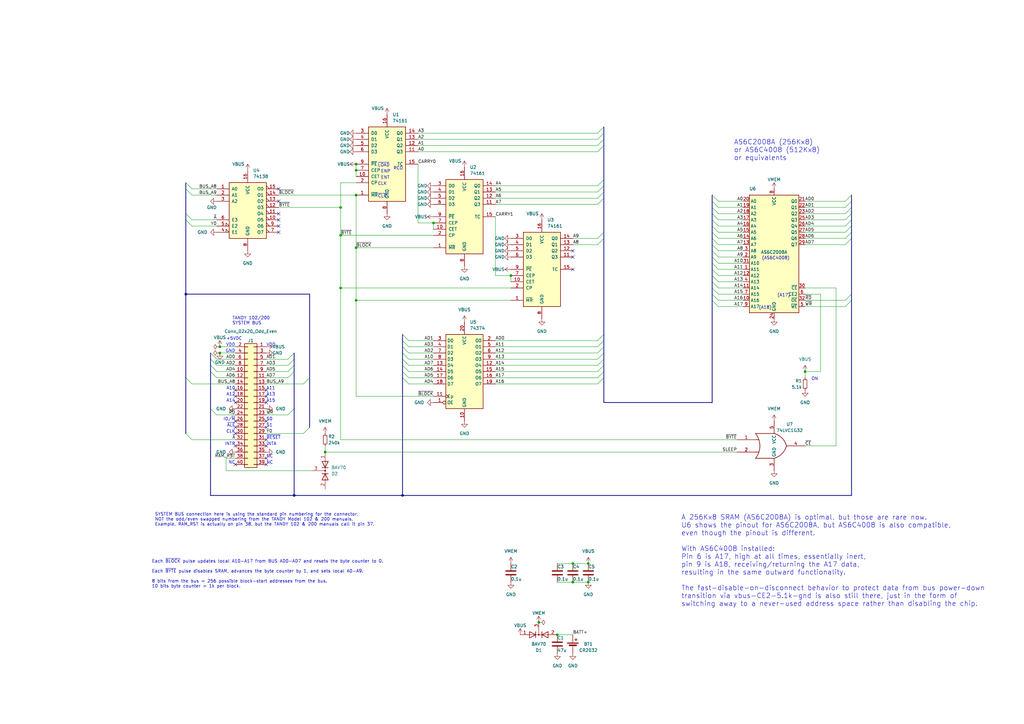
<source format=kicad_sch>
(kicad_sch (version 20230121) (generator eeschema)
  (paper "A3")
  (title_block (title "NODE DATAPAC 256K bkw0") (date "2023-08-23") (rev "004") (company "Brian K. White - b.kenyon.w@gmail.com") (comment 1 "Schematic re-created from manual examination of physical units, not yet proven."))
  (lib_symbols
    (symbol "000_LOCAL:74138" (pin_names (offset 1.016))
      (property "Reference" "U" (at -7.62 11.43 0))
      (property "Value" "74138" (at -7.62 -13.97 0))
      (symbol "74138_1_0"
        (pin input line (at -12.7 7.62 0) (length 5.08) (name "A0") (number "1"))
        (pin output output_low (at 12.7 -5.08 180) (length 5.08) (name "O5") (number "10"))
        (pin output output_low (at 12.7 -2.54 180) (length 5.08) (name "O4") (number "11"))
        (pin output output_low (at 12.7 0 180) (length 5.08) (name "O3") (number "12"))
        (pin output output_low (at 12.7 2.54 180) (length 5.08) (name "O2") (number "13"))
        (pin output output_low (at 12.7 5.08 180) (length 5.08) (name "O1") (number "14"))
        (pin output output_low (at 12.7 7.62 180) (length 5.08) (name "O0") (number "15"))
        (pin power_in line (at 0 15.24 270) (length 5.08) (name "VCC") (number "16"))
        (pin input line (at -12.7 5.08 0) (length 5.08) (name "A1") (number "2"))
        (pin input line (at -12.7 2.54 0) (length 5.08) (name "A2") (number "3"))
        (pin input input_low (at -12.7 -10.16 0) (length 5.08) (name "E1") (number "4"))
        (pin input input_low (at -12.7 -7.62 0) (length 5.08) (name "E2") (number "5"))
        (pin input line (at -12.7 -5.08 0) (length 5.08) (name "E3") (number "6"))
        (pin output output_low (at 12.7 -10.16 180) (length 5.08) (name "O7") (number "7"))
        (pin power_in line (at 0 -17.78 90) (length 5.08) (name "GND") (number "8"))
        (pin output output_low (at 12.7 -7.62 180) (length 5.08) (name "O6") (number "9"))
      )
    )
    (symbol "000_LOCAL:74161" (pin_names (offset 1.016))
      (property "Reference" "U" (at -7.62 16.51 0))
      (property "Value" "74161" (at -7.62 -16.51 0))
      (symbol "74161_1_0"
        (pin input line (at -12.7 -12.7 0) (length 5.08) (name "~{MR}") (number "1"))
        (pin input line (at -12.7 -5.08 0) (length 5.08) (name "CET") (number "10"))
        (pin output line (at 12.7 5.08 180) (length 5.08) (name "Q3") (number "11"))
        (pin output line (at 12.7 7.62 180) (length 5.08) (name "Q2") (number "12"))
        (pin output line (at 12.7 10.16 180) (length 5.08) (name "Q1") (number "13"))
        (pin output line (at 12.7 12.7 180) (length 5.08) (name "Q0") (number "14"))
        (pin output line (at 12.7 0 180) (length 5.08) (name "TC") (number "15"))
        (pin power_in line (at 0 20.32 270) (length 5.08) (name "VCC") (number "16"))
        (pin input line (at -12.7 -7.62 0) (length 5.08) (name "CP") (number "2"))
        (pin input line (at -12.7 12.7 0) (length 5.08) (name "D0") (number "3"))
        (pin input line (at -12.7 10.16 0) (length 5.08) (name "D1") (number "4"))
        (pin input line (at -12.7 7.62 0) (length 5.08) (name "D2") (number "5"))
        (pin input line (at -12.7 5.08 0) (length 5.08) (name "D3") (number "6"))
        (pin input line (at -12.7 -2.54 0) (length 5.08) (name "CEP") (number "7"))
        (pin power_in line (at 0 -20.32 90) (length 5.08) (name "GND") (number "8"))
        (pin input line (at -12.7 0 0) (length 5.08) (name "~{PE}") (number "9"))
      )
    )
    (symbol "000_LOCAL:74374"
      (property "Reference" "U" (at -7.62 16.51 0))
      (property "Value" "74374" (at -7.62 -16.51 0))
      (symbol "74374_1_0"
        (pin input inverted (at -12.7 -12.7 0) (length 5.08) (name "OE") (number "1"))
        (pin power_in line (at 0 -20.32 90) (length 5.08) (name "GND") (number "10"))
        (pin input clock (at -12.7 -10.16 0) (length 5.08) (name "Cp") (number "11"))
        (pin tri_state line (at 12.7 2.54 180) (length 5.08) (name "O4") (number "12"))
        (pin input line (at -12.7 2.54 0) (length 5.08) (name "D4") (number "13"))
        (pin input line (at -12.7 0 0) (length 5.08) (name "D5") (number "14"))
        (pin tri_state line (at 12.7 0 180) (length 5.08) (name "O5") (number "15"))
        (pin tri_state line (at 12.7 -2.54 180) (length 5.08) (name "O6") (number "16"))
        (pin input line (at -12.7 -2.54 0) (length 5.08) (name "D6") (number "17"))
        (pin input line (at -12.7 -5.08 0) (length 5.08) (name "D7") (number "18"))
        (pin tri_state line (at 12.7 -5.08 180) (length 5.08) (name "O7") (number "19"))
        (pin tri_state line (at 12.7 12.7 180) (length 5.08) (name "O0") (number "2"))
        (pin power_in line (at 0 20.32 270) (length 5.08) (name "VCC") (number "20"))
        (pin input line (at -12.7 12.7 0) (length 5.08) (name "D0") (number "3"))
        (pin input line (at -12.7 10.16 0) (length 5.08) (name "D1") (number "4"))
        (pin tri_state line (at 12.7 10.16 180) (length 5.08) (name "O1") (number "5"))
        (pin tri_state line (at 12.7 7.62 180) (length 5.08) (name "O2") (number "6"))
        (pin input line (at -12.7 7.62 0) (length 5.08) (name "D2") (number "7"))
        (pin input line (at -12.7 5.08 0) (length 5.08) (name "D3") (number "8"))
        (pin tri_state line (at 12.7 5.08 180) (length 5.08) (name "O3") (number "9"))
      )
    )
    (symbol "000_LOCAL:74LVC1G32"
      (property "Reference" "U" (at -5.08 7.62 0))
      (property "Value" "74LVC1G32" (at 7.62 -7.62 0))
      (symbol "74LVC1G32_1_1"
        (pin input line (at -15.24 2.54 0) (length 7.62) (name "~") (number "1"))
        (pin input line (at -15.24 -2.54 0) (length 7.62) (name "~") (number "2"))
        (pin power_in line (at 0 -10.16 90) (length 5.08) (name "GND") (number "3"))
        (pin output line (at 12.7 0 180) (length 7.62) (name "~") (number "4"))
        (pin power_in line (at 0 10.16 270) (length 5.08) (name "VCC") (number "5"))
      )
    )
    (symbol "000_LOCAL:AS6C2008_TSOP-I-32"
      (property "Reference" "U" (at -10.16 23.495 0))
      (property "Value" "AS6C2008_TSOP-I-32" (at 2.54 23.495 0))
      (symbol "AS6C2008_TSOP-I-32_0_0"
        (pin power_in line (at 0 -29.21 90) (length 2.54) (name "GND") (number "24"))
        (pin power_in line (at 0 24.13 270) (length 2.54) (name "VCC") (number "8"))
      )
      (symbol "AS6C2008_TSOP-I-32_1_1"
        (pin input line (at -12.7 -8.89 0) (length 2.54) (name "A11") (number "1"))
        (pin input line (at -12.7 -21.59 0) (length 2.54) (name "A16") (number "10"))
        (pin input line (at -12.7 -16.51 0) (length 2.54) (name "A14") (number "11"))
        (pin input line (at -12.7 -11.43 0) (length 2.54) (name "A12") (number "12"))
        (pin input line (at -12.7 1.27 0) (length 2.54) (name "A7") (number "13"))
        (pin input line (at -12.7 3.81 0) (length 2.54) (name "A6") (number "14"))
        (pin input line (at -12.7 6.35 0) (length 2.54) (name "A5") (number "15"))
        (pin input line (at -12.7 8.89 0) (length 2.54) (name "A4") (number "16"))
        (pin input line (at -12.7 11.43 0) (length 2.54) (name "A3") (number "17"))
        (pin input line (at -12.7 13.97 0) (length 2.54) (name "A2") (number "18"))
        (pin input line (at -12.7 16.51 0) (length 2.54) (name "A1") (number "19"))
        (pin input line (at -12.7 -3.81 0) (length 2.54) (name "A9") (number "2"))
        (pin input line (at -12.7 19.05 0) (length 2.54) (name "A0") (number "20"))
        (pin tri_state line (at 12.7 19.05 180) (length 2.54) (name "Q0") (number "21"))
        (pin tri_state line (at 12.7 16.51 180) (length 2.54) (name "Q1") (number "22"))
        (pin tri_state line (at 12.7 13.97 180) (length 2.54) (name "Q2") (number "23"))
        (pin tri_state line (at 12.7 11.43 180) (length 2.54) (name "Q3") (number "25"))
        (pin tri_state line (at 12.7 8.89 180) (length 2.54) (name "Q4") (number "26"))
        (pin tri_state line (at 12.7 6.35 180) (length 2.54) (name "Q5") (number "27"))
        (pin tri_state line (at 12.7 3.81 180) (length 2.54) (name "Q6") (number "28"))
        (pin tri_state line (at 12.7 1.27 180) (length 2.54) (name "Q7") (number "29"))
        (pin input line (at -12.7 -1.27 0) (length 2.54) (name "A8") (number "3"))
        (pin input line (at 12.7 -16.51 180) (length 2.54) (name "~{CE}") (number "30"))
        (pin input line (at -12.7 -6.35 0) (length 2.54) (name "A10") (number "31"))
        (pin input line (at 12.7 -21.59 180) (length 2.54) (name "~{OE}") (number "32"))
        (pin input line (at -12.7 -13.97 0) (length 2.54) (name "A13") (number "4"))
        (pin input line (at 12.7 -24.13 180) (length 2.54) (name "~{WE}") (number "5"))
        (pin input line (at 12.7 -19.05 180) (length 2.54) (name "CE2") (number "6"))
        (pin input line (at -12.7 -19.05 0) (length 2.54) (name "A15") (number "7"))
        (pin input line (at -12.7 -24.13 0) (length 2.54) (name "A17") (number "9"))
      )
    )
    (symbol "000_LOCAL:BAV70" (pin_names hide)
      (property "Reference" "D" (at 0.635 -2.54 0))
      (property "Value" "BAV70" (at 0 2.54 0))
      (symbol "BAV70_0_1"
        (pin passive line (at -7.62 0 0) (length 3.81) (name "A") (number "1"))
        (pin passive line (at 7.62 0 180) (length 3.81) (name "A") (number "2"))
        (pin passive line (at 0 -5.08 90) (length 2.54) (name "K") (number "3"))
      )
    )
    (symbol "000_LOCAL:Battery_Cell" (pin_numbers hide) (pin_names (offset 0) hide)
      (property "Reference" "BT" (at 2.54 2.54 0))
      (property "Value" "Battery_Cell" (at 2.54 0 0))
      (symbol "Battery_Cell_1_1"
        (pin passive line (at 0 5.08 270) (length 2.54) (name "+") (number "1"))
        (pin passive line (at 0 -2.54 90) (length 2.54) (name "-") (number "2"))
      )
    )
    (symbol "000_LOCAL:C" (pin_numbers hide) (pin_names (offset 0.254))
      (property "Reference" "C" (at 0.635 2.54 0))
      (property "Value" "C" (at 0.635 -2.54 0))
      (symbol "C_1_1"
        (pin passive line (at 0 3.81 270) (length 2.794) (name "~") (number "1"))
        (pin passive line (at 0 -3.81 90) (length 2.794) (name "~") (number "2"))
      )
    )
    (symbol "000_LOCAL:Conn_02x20_Odd_Even" (pin_names (offset 1.016) hide)
      (property "Reference" "J" (at 1.27 25.4 0))
      (property "Value" "Conn_02x20_Odd_Even" (at 1.27 -27.94 0))
      (symbol "Conn_02x20_Odd_Even_1_1"
        (pin passive line (at -5.08 22.86 0) (length 3.81) (name "Pin_1") (number "1"))
        (pin passive line (at 7.62 12.7 180) (length 3.81) (name "Pin_10") (number "10"))
        (pin passive line (at -5.08 10.16 0) (length 3.81) (name "Pin_11") (number "11"))
        (pin passive line (at 7.62 10.16 180) (length 3.81) (name "Pin_12") (number "12"))
        (pin passive line (at -5.08 7.62 0) (length 3.81) (name "Pin_13") (number "13"))
        (pin passive line (at 7.62 7.62 180) (length 3.81) (name "Pin_14") (number "14"))
        (pin passive line (at -5.08 5.08 0) (length 3.81) (name "Pin_15") (number "15"))
        (pin passive line (at 7.62 5.08 180) (length 3.81) (name "Pin_16") (number "16"))
        (pin passive line (at -5.08 2.54 0) (length 3.81) (name "Pin_17") (number "17"))
        (pin passive line (at 7.62 2.54 180) (length 3.81) (name "Pin_18") (number "18"))
        (pin passive line (at -5.08 0 0) (length 3.81) (name "Pin_19") (number "19"))
        (pin passive line (at 7.62 22.86 180) (length 3.81) (name "Pin_2") (number "2"))
        (pin passive line (at 7.62 0 180) (length 3.81) (name "Pin_20") (number "20"))
        (pin passive line (at -5.08 -2.54 0) (length 3.81) (name "Pin_21") (number "21"))
        (pin passive line (at 7.62 -2.54 180) (length 3.81) (name "Pin_22") (number "22"))
        (pin passive line (at -5.08 -5.08 0) (length 3.81) (name "Pin_23") (number "23"))
        (pin passive line (at 7.62 -5.08 180) (length 3.81) (name "Pin_24") (number "24"))
        (pin passive line (at -5.08 -7.62 0) (length 3.81) (name "Pin_25") (number "25"))
        (pin passive line (at 7.62 -7.62 180) (length 3.81) (name "Pin_26") (number "26"))
        (pin passive line (at -5.08 -10.16 0) (length 3.81) (name "Pin_27") (number "27"))
        (pin passive line (at 7.62 -10.16 180) (length 3.81) (name "Pin_28") (number "28"))
        (pin passive line (at -5.08 -12.7 0) (length 3.81) (name "Pin_29") (number "29"))
        (pin passive line (at -5.08 20.32 0) (length 3.81) (name "Pin_3") (number "3"))
        (pin passive line (at 7.62 -12.7 180) (length 3.81) (name "Pin_30") (number "30"))
        (pin passive line (at -5.08 -15.24 0) (length 3.81) (name "Pin_31") (number "31"))
        (pin passive line (at 7.62 -15.24 180) (length 3.81) (name "Pin_32") (number "32"))
        (pin passive line (at -5.08 -17.78 0) (length 3.81) (name "Pin_33") (number "33"))
        (pin passive line (at 7.62 -17.78 180) (length 3.81) (name "Pin_34") (number "34"))
        (pin passive line (at -5.08 -20.32 0) (length 3.81) (name "Pin_35") (number "35"))
        (pin passive line (at 7.62 -20.32 180) (length 3.81) (name "Pin_36") (number "36"))
        (pin passive line (at -5.08 -22.86 0) (length 3.81) (name "Pin_37") (number "37"))
        (pin passive line (at 7.62 -22.86 180) (length 3.81) (name "Pin_38") (number "38"))
        (pin passive line (at -5.08 -25.4 0) (length 3.81) (name "Pin_39") (number "39"))
        (pin passive line (at 7.62 20.32 180) (length 3.81) (name "Pin_4") (number "4"))
        (pin passive line (at 7.62 -25.4 180) (length 3.81) (name "Pin_40") (number "40"))
        (pin passive line (at -5.08 17.78 0) (length 3.81) (name "Pin_5") (number "5"))
        (pin passive line (at 7.62 17.78 180) (length 3.81) (name "Pin_6") (number "6"))
        (pin passive line (at -5.08 15.24 0) (length 3.81) (name "Pin_7") (number "7"))
        (pin passive line (at 7.62 15.24 180) (length 3.81) (name "Pin_8") (number "8"))
        (pin passive line (at -5.08 12.7 0) (length 3.81) (name "Pin_9") (number "9"))
      )
    )
    (symbol "000_LOCAL:GND" (power) (pin_names (offset 0))
      (property "Value" "GND" (at 0 -3.81 0))
      (symbol "GND_1_1"
        (pin power_in line (at 0 0 270) (length 0) hide (name "GND") (number "1"))
      )
    )
    (symbol "000_LOCAL:R" (pin_numbers hide) (pin_names (offset 0.254) hide)
      (property "Reference" "R" (at 0.762 0.508 0))
      (property "Value" "R_Small" (at 0.762 -1.016 0))
      (symbol "R_1_1"
        (pin passive line (at 0 2.54 270) (length 0.762) (name "~") (number "1"))
        (pin passive line (at 0 -2.54 90) (length 0.762) (name "~") (number "2"))
      )
    )
    (symbol "000_LOCAL:VMEM" (power) (pin_names (offset 0))
      (property "Value" "VMEM" (at 0 3.81 0))
      (symbol "VMEM_1_1"
        (pin power_in line (at 0 0 90) (length 0) hide (name "VMEM") (number "1"))
      )
    )
    (symbol "BAV70_1" (pin_names hide)
      (property "Reference" "D" (at 0.635 -2.54 0))
      (property "Value" "BAV70" (at 0 2.54 0))
      (symbol "BAV70_1_0_1"
        (pin passive line (at -7.62 0 0) (length 3.81) (name "A") (number "1"))
        (pin passive line (at 7.62 0 180) (length 3.81) (name "A") (number "2"))
        (pin passive line (at 0 -5.08 90) (length 2.54) (name "K") (number "3"))
      )
    )
    (symbol "power:GND" (power) (pin_names (offset 0))
      (property "Value" "GND" (at 0 -3.81 0))
      (symbol "GND_1_1"
        (pin power_in line (at 0 0 270) (length 0) hide (name "GND") (number "1"))
      )
    )
    (symbol "power:PWR_FLAG" (power) (pin_numbers hide) (pin_names (offset 0) hide)
      (property "Value" "PWR_FLAG" (at 0 3.81 0))
      (symbol "PWR_FLAG_0_0"
        (pin power_out line (at 0 0 90) (length 0) (name "pwr") (number "1"))
      )
    )
    (symbol "power:VBUS" (power) (pin_names (offset 0))
      (property "Value" "VBUS" (at 0 3.81 0))
      (symbol "VBUS_1_1"
        (pin power_in line (at 0 0 90) (length 0) hide (name "VBUS") (number "1"))
      )
    )
    (symbol "power:VMEM" (power) (pin_names (offset 0))
      (property "Value" "VMEM" (at 0 3.81 0))
      (symbol "VMEM_1_1"
        (pin power_in line (at 0 0 90) (length 0) hide (name "VMEM") (number "1"))
      )
    )
  )
  (junction (at 139.7 85.09))
  (junction (at 90.17 142.24))
  (junction (at 146.05 67.31))
  (junction (at 234.95 231.14))
  (junction (at 228.6 260.35))
  (junction (at 241.3 231.14))
  (junction (at 146.05 123.19))
  (junction (at 241.3 238.76))
  (junction (at 76.2 120.65))
  (junction (at 90.17 144.78))
  (junction (at 177.8 91.44))
  (junction (at 209.55 113.03))
  (junction (at 120.65 203.2))
  (junction (at 146.05 80.01))
  (junction (at 220.98 255.27))
  (junction (at 146.05 69.85))
  (junction (at 234.95 238.76))
  (junction (at 139.7 118.11))
  (junction (at 330.2 152.4))
  (junction (at 165.1 203.2))
  (junction (at 139.7 96.52))
  (junction (at 133.35 185.42))
  (junction (at 146.05 101.6))
  (no_connect (at 114.3 82.55))
  (no_connect (at 109.22 180.34))
  (no_connect (at 234.95 102.87))
  (no_connect (at 109.22 165.1))
  (no_connect (at 114.3 87.63))
  (no_connect (at 96.52 190.5))
  (no_connect (at 109.22 172.72))
  (no_connect (at 114.3 95.25))
  (no_connect (at 109.22 190.5))
  (no_connect (at 234.95 105.41))
  (no_connect (at 96.52 172.72))
  (no_connect (at 234.95 110.49))
  (no_connect (at 96.52 162.56))
  (no_connect (at 114.3 92.71))
  (no_connect (at 96.52 165.1))
  (no_connect (at 96.52 182.88))
  (no_connect (at 114.3 90.17))
  (no_connect (at 109.22 160.02))
  (no_connect (at 96.52 175.26))
  (no_connect (at 96.52 177.8))
  (no_connect (at 109.22 187.96))
  (no_connect (at 109.22 162.56))
  (no_connect (at 109.22 175.26))
  (no_connect (at 109.22 182.88))
  (no_connect (at 96.52 160.02))
  (no_connect (at 114.3 77.47))
  (bus_entry (at 245.11 100.33) (size 2.54 -2.54))
  (bus_entry (at 346.71 85.09) (size 2.54 -2.54))
  (bus_entry (at 245.11 54.61) (size 2.54 -2.54))
  (bus_entry (at 88.9 152.4) (size -2.54 -2.54))
  (bus_entry (at 245.11 62.23) (size 2.54 -2.54))
  (bus_entry (at 294.64 92.71) (size -2.54 -2.54))
  (bus_entry (at 245.11 149.86) (size 2.54 -2.54))
  (bus_entry (at 294.64 95.25) (size -2.54 -2.54))
  (bus_entry (at 294.64 105.41) (size -2.54 -2.54))
  (bus_entry (at 245.11 152.4) (size 2.54 -2.54))
  (bus_entry (at 165.1 152.4) (size 2.54 2.54))
  (bus_entry (at 76.2 87.63) (size 2.54 2.54))
  (bus_entry (at 88.9 154.94) (size -2.54 -2.54))
  (bus_entry (at 294.64 118.11) (size -2.54 -2.54))
  (bus_entry (at 88.9 147.32) (size -2.54 -2.54))
  (bus_entry (at 76.2 77.47) (size 2.54 2.54))
  (bus_entry (at 294.64 100.33) (size -2.54 -2.54))
  (bus_entry (at 294.64 97.79) (size -2.54 -2.54))
  (bus_entry (at 294.64 90.17) (size -2.54 -2.54))
  (bus_entry (at 245.11 81.28) (size 2.54 -2.54))
  (bus_entry (at 294.64 102.87) (size -2.54 -2.54))
  (bus_entry (at 294.64 110.49) (size -2.54 -2.54))
  (bus_entry (at 118.11 147.32) (size 2.54 -2.54))
  (bus_entry (at 127 175.26) (size -2.54 2.54))
  (bus_entry (at 245.11 144.78) (size 2.54 -2.54))
  (bus_entry (at 294.64 125.73) (size -2.54 -2.54))
  (bus_entry (at 346.71 92.71) (size 2.54 -2.54))
  (bus_entry (at 245.11 154.94) (size 2.54 -2.54))
  (bus_entry (at 294.64 85.09) (size -2.54 -2.54))
  (bus_entry (at 127 154.94) (size -2.54 2.54))
  (bus_entry (at 346.71 95.25) (size 2.54 -2.54))
  (bus_entry (at 165.1 154.94) (size 2.54 2.54))
  (bus_entry (at 294.64 123.19) (size -2.54 -2.54))
  (bus_entry (at 118.11 170.18) (size 2.54 -2.54))
  (bus_entry (at 76.2 74.93) (size 2.54 2.54))
  (bus_entry (at 245.11 78.74) (size 2.54 -2.54))
  (bus_entry (at 76.2 90.17) (size 2.54 2.54))
  (bus_entry (at 294.64 107.95) (size -2.54 -2.54))
  (bus_entry (at 346.71 100.33) (size 2.54 -2.54))
  (bus_entry (at 346.71 97.79) (size 2.54 -2.54))
  (bus_entry (at 88.9 149.86) (size -2.54 -2.54))
  (bus_entry (at 118.11 154.94) (size 2.54 -2.54))
  (bus_entry (at 245.11 97.79) (size 2.54 -2.54))
  (bus_entry (at 165.1 139.7) (size 2.54 2.54))
  (bus_entry (at 245.11 142.24) (size 2.54 -2.54))
  (bus_entry (at 294.64 113.03) (size -2.54 -2.54))
  (bus_entry (at 346.71 87.63) (size 2.54 -2.54))
  (bus_entry (at 346.71 125.73) (size 2.54 -2.54))
  (bus_entry (at 346.71 123.19) (size 2.54 -2.54))
  (bus_entry (at 165.1 149.86) (size 2.54 2.54))
  (bus_entry (at 346.71 82.55) (size 2.54 -2.54))
  (bus_entry (at 294.64 120.65) (size -2.54 -2.54))
  (bus_entry (at 245.11 139.7) (size 2.54 -2.54))
  (bus_entry (at 294.64 115.57) (size -2.54 -2.54))
  (bus_entry (at 245.11 76.2) (size 2.54 -2.54))
  (bus_entry (at 346.71 90.17) (size 2.54 -2.54))
  (bus_entry (at 76.2 154.94) (size 2.54 2.54))
  (bus_entry (at 165.1 147.32) (size 2.54 2.54))
  (bus_entry (at 245.11 59.69) (size 2.54 -2.54))
  (bus_entry (at 165.1 137.16) (size 2.54 2.54))
  (bus_entry (at 245.11 147.32) (size 2.54 -2.54))
  (bus_entry (at 294.64 82.55) (size -2.54 -2.54))
  (bus_entry (at 88.9 170.18) (size -2.54 -2.54))
  (bus_entry (at 118.11 149.86) (size 2.54 -2.54))
  (bus_entry (at 165.1 142.24) (size 2.54 2.54))
  (bus_entry (at 165.1 144.78) (size 2.54 2.54))
  (bus_entry (at 294.64 87.63) (size -2.54 -2.54))
  (bus_entry (at 245.11 157.48) (size 2.54 -2.54))
  (bus_entry (at 78.74 180.34) (size -2.54 -2.54))
  (bus_entry (at 245.11 83.82) (size 2.54 -2.54))
  (bus_entry (at 118.11 152.4) (size 2.54 -2.54))
  (bus_entry (at 245.11 57.15) (size 2.54 -2.54))
  (bus (pts (xy 165.1 152.4) (xy 165.1 154.94)))
  (wire (pts (xy 167.64 139.7) (xy 177.8 139.7)))
  (wire (pts (xy 234.95 231.14) (xy 228.6 231.14)))
  (bus (pts (xy 292.1 115.57) (xy 292.1 118.11)))
  (wire (pts (xy 342.9 118.11) (xy 330.2 118.11)))
  (wire (pts (xy 146.05 67.31) (xy 146.05 69.85)))
  (wire (pts (xy 92.71 187.96) (xy 92.71 193.04)))
  (wire (pts (xy 294.64 102.87) (xy 304.8 102.87)))
  (wire (pts (xy 133.35 182.88) (xy 133.35 185.42)))
  (wire (pts (xy 234.95 97.79) (xy 245.11 97.79)))
  (bus (pts (xy 76.2 77.47) (xy 76.2 87.63)))
  (wire (pts (xy 146.05 101.6) (xy 177.8 101.6)))
  (wire (pts (xy 330.2 100.33) (xy 346.71 100.33)))
  (wire (pts (xy 167.64 154.94) (xy 177.8 154.94)))
  (wire (pts (xy 294.64 87.63) (xy 304.8 87.63)))
  (wire (pts (xy 336.55 120.65) (xy 330.2 120.65)))
  (wire (pts (xy 203.2 147.32) (xy 245.11 147.32)))
  (bus (pts (xy 292.1 100.33) (xy 292.1 102.87)))
  (bus (pts (xy 292.1 165.1) (xy 292.1 123.19)))
  (bus (pts (xy 127 120.65) (xy 76.2 120.65)))
  (wire (pts (xy 171.45 54.61) (xy 245.11 54.61)))
  (wire (pts (xy 88.9 154.94) (xy 96.52 154.94)))
  (bus (pts (xy 127 120.65) (xy 127 154.94)))
  (wire (pts (xy 78.74 92.71) (xy 88.9 92.71)))
  (wire (pts (xy 241.3 238.76) (xy 234.95 238.76)))
  (bus (pts (xy 292.1 82.55) (xy 292.1 85.09)))
  (bus (pts (xy 165.1 154.94) (xy 165.1 203.2)))
  (wire (pts (xy 330.2 182.88) (xy 342.9 182.88)))
  (wire (pts (xy 146.05 162.56) (xy 177.8 162.56)))
  (bus (pts (xy 86.36 147.32) (xy 86.36 149.86)))
  (wire (pts (xy 209.55 113.03) (xy 203.2 113.03)))
  (bus (pts (xy 247.65 57.15) (xy 247.65 59.69)))
  (bus (pts (xy 247.65 59.69) (xy 247.65 73.66)))
  (wire (pts (xy 92.71 193.04) (xy 128.27 193.04)))
  (wire (pts (xy 294.64 107.95) (xy 304.8 107.95)))
  (wire (pts (xy 88.9 147.32) (xy 96.52 147.32)))
  (wire (pts (xy 234.95 238.76) (xy 228.6 238.76)))
  (bus (pts (xy 76.2 87.63) (xy 76.2 90.17)))
  (bus (pts (xy 247.65 165.1) (xy 292.1 165.1)))
  (wire (pts (xy 109.22 157.48) (xy 124.46 157.48)))
  (bus (pts (xy 247.65 78.74) (xy 247.65 81.28)))
  (bus (pts (xy 86.36 167.64) (xy 86.36 203.2)))
  (bus (pts (xy 349.25 90.17) (xy 349.25 92.71)))
  (wire (pts (xy 330.2 95.25) (xy 346.71 95.25)))
  (bus (pts (xy 247.65 147.32) (xy 247.65 149.86)))
  (wire (pts (xy 139.7 180.34) (xy 302.26 180.34)))
  (wire (pts (xy 294.64 97.79) (xy 304.8 97.79)))
  (bus (pts (xy 292.1 80.01) (xy 292.1 82.55)))
  (wire (pts (xy 203.2 139.7) (xy 245.11 139.7)))
  (wire (pts (xy 146.05 101.6) (xy 146.05 123.19)))
  (wire (pts (xy 336.55 152.4) (xy 336.55 120.65)))
  (wire (pts (xy 294.64 85.09) (xy 304.8 85.09)))
  (wire (pts (xy 203.2 157.48) (xy 245.11 157.48)))
  (bus (pts (xy 292.1 97.79) (xy 292.1 100.33)))
  (wire (pts (xy 203.2 149.86) (xy 245.11 149.86)))
  (bus (pts (xy 247.65 154.94) (xy 247.65 165.1)))
  (wire (pts (xy 294.64 110.49) (xy 304.8 110.49)))
  (bus (pts (xy 292.1 95.25) (xy 292.1 97.79)))
  (wire (pts (xy 294.64 120.65) (xy 304.8 120.65)))
  (wire (pts (xy 146.05 72.39) (xy 146.05 69.85)))
  (wire (pts (xy 90.17 142.24) (xy 96.52 142.24)))
  (bus (pts (xy 247.65 137.16) (xy 247.65 139.7)))
  (wire (pts (xy 209.55 113.03) (xy 209.55 115.57)))
  (wire (pts (xy 294.64 90.17) (xy 304.8 90.17)))
  (wire (pts (xy 139.7 118.11) (xy 139.7 180.34)))
  (bus (pts (xy 292.1 90.17) (xy 292.1 92.71)))
  (wire (pts (xy 167.64 152.4) (xy 177.8 152.4)))
  (bus (pts (xy 349.25 92.71) (xy 349.25 95.25)))
  (bus (pts (xy 292.1 102.87) (xy 292.1 105.41)))
  (wire (pts (xy 109.22 147.32) (xy 118.11 147.32)))
  (wire (pts (xy 234.95 100.33) (xy 245.11 100.33)))
  (wire (pts (xy 88.9 152.4) (xy 96.52 152.4)))
  (wire (pts (xy 88.9 170.18) (xy 96.52 170.18)))
  (bus (pts (xy 247.65 144.78) (xy 247.65 147.32)))
  (wire (pts (xy 114.3 85.09) (xy 139.7 85.09)))
  (bus (pts (xy 349.25 85.09) (xy 349.25 87.63)))
  (bus (pts (xy 76.2 154.94) (xy 76.2 177.8)))
  (bus (pts (xy 247.65 139.7) (xy 247.65 142.24)))
  (bus (pts (xy 247.65 149.86) (xy 247.65 152.4)))
  (wire (pts (xy 203.2 152.4) (xy 245.11 152.4)))
  (bus (pts (xy 247.65 52.07) (xy 247.65 54.61)))
  (wire (pts (xy 294.64 118.11) (xy 304.8 118.11)))
  (bus (pts (xy 165.1 149.86) (xy 165.1 152.4)))
  (bus (pts (xy 76.2 74.93) (xy 76.2 77.47)))
  (wire (pts (xy 171.45 67.31) (xy 171.45 91.44)))
  (wire (pts (xy 171.45 62.23) (xy 245.11 62.23)))
  (bus (pts (xy 247.65 142.24) (xy 247.65 144.78)))
  (wire (pts (xy 139.7 85.09) (xy 139.7 96.52)))
  (wire (pts (xy 114.3 80.01) (xy 146.05 80.01)))
  (bus (pts (xy 127 154.94) (xy 127 175.26)))
  (wire (pts (xy 330.2 90.17) (xy 346.71 90.17)))
  (wire (pts (xy 167.64 142.24) (xy 177.8 142.24)))
  (bus (pts (xy 76.2 90.17) (xy 76.2 120.65)))
  (wire (pts (xy 330.2 123.19) (xy 346.71 123.19)))
  (bus (pts (xy 349.25 120.65) (xy 349.25 123.19)))
  (bus (pts (xy 120.65 152.4) (xy 120.65 167.64)))
  (wire (pts (xy 330.2 154.94) (xy 330.2 152.4)))
  (wire (pts (xy 294.64 82.55) (xy 304.8 82.55)))
  (wire (pts (xy 203.2 142.24) (xy 245.11 142.24)))
  (bus (pts (xy 120.65 203.2) (xy 86.36 203.2)))
  (wire (pts (xy 90.17 144.78) (xy 96.52 144.78)))
  (bus (pts (xy 247.65 81.28) (xy 247.65 95.25)))
  (bus (pts (xy 165.1 137.16) (xy 165.1 139.7)))
  (bus (pts (xy 247.65 95.25) (xy 247.65 97.79)))
  (bus (pts (xy 120.65 203.2) (xy 120.65 167.64)))
  (bus (pts (xy 349.25 82.55) (xy 349.25 85.09)))
  (wire (pts (xy 330.2 152.4) (xy 336.55 152.4)))
  (wire (pts (xy 171.45 91.44) (xy 177.8 91.44)))
  (bus (pts (xy 349.25 95.25) (xy 349.25 97.79)))
  (bus (pts (xy 76.2 120.65) (xy 76.2 154.94)))
  (wire (pts (xy 139.7 74.93) (xy 146.05 74.93)))
  (bus (pts (xy 292.1 92.71) (xy 292.1 95.25)))
  (bus (pts (xy 120.65 147.32) (xy 120.65 149.86)))
  (bus (pts (xy 292.1 85.09) (xy 292.1 87.63)))
  (wire (pts (xy 139.7 118.11) (xy 209.55 118.11)))
  (wire (pts (xy 139.7 74.93) (xy 139.7 85.09)))
  (wire (pts (xy 146.05 80.01) (xy 146.05 101.6)))
  (bus (pts (xy 349.25 80.01) (xy 349.25 82.55)))
  (bus (pts (xy 292.1 105.41) (xy 292.1 107.95)))
  (bus (pts (xy 120.65 149.86) (xy 120.65 152.4)))
  (wire (pts (xy 330.2 92.71) (xy 346.71 92.71)))
  (wire (pts (xy 203.2 78.74) (xy 245.11 78.74)))
  (bus (pts (xy 292.1 118.11) (xy 292.1 120.65)))
  (wire (pts (xy 167.64 147.32) (xy 177.8 147.32)))
  (wire (pts (xy 294.64 105.41) (xy 304.8 105.41)))
  (bus (pts (xy 292.1 110.49) (xy 292.1 113.03)))
  (bus (pts (xy 165.1 203.2) (xy 349.25 203.2)))
  (bus (pts (xy 165.1 144.78) (xy 165.1 147.32)))
  (bus (pts (xy 86.36 149.86) (xy 86.36 152.4)))
  (wire (pts (xy 203.2 83.82) (xy 245.11 83.82)))
  (wire (pts (xy 109.22 149.86) (xy 118.11 149.86)))
  (wire (pts (xy 109.22 170.18) (xy 118.11 170.18)))
  (wire (pts (xy 203.2 113.03) (xy 203.2 88.9)))
  (wire (pts (xy 203.2 81.28) (xy 245.11 81.28)))
  (wire (pts (xy 203.2 154.94) (xy 245.11 154.94)))
  (wire (pts (xy 78.74 157.48) (xy 96.52 157.48)))
  (wire (pts (xy 294.64 92.71) (xy 304.8 92.71)))
  (wire (pts (xy 241.3 231.14) (xy 234.95 231.14)))
  (wire (pts (xy 294.64 100.33) (xy 304.8 100.33)))
  (bus (pts (xy 349.25 87.63) (xy 349.25 90.17)))
  (wire (pts (xy 78.74 90.17) (xy 88.9 90.17)))
  (bus (pts (xy 247.65 76.2) (xy 247.65 78.74)))
  (bus (pts (xy 120.65 144.78) (xy 120.65 147.32)))
  (wire (pts (xy 330.2 87.63) (xy 346.71 87.63)))
  (wire (pts (xy 167.64 149.86) (xy 177.8 149.86)))
  (bus (pts (xy 292.1 120.65) (xy 292.1 123.19)))
  (wire (pts (xy 330.2 85.09) (xy 346.71 85.09)))
  (wire (pts (xy 330.2 82.55) (xy 346.71 82.55)))
  (bus (pts (xy 165.1 142.24) (xy 165.1 144.78)))
  (wire (pts (xy 294.64 123.19) (xy 304.8 123.19)))
  (bus (pts (xy 247.65 54.61) (xy 247.65 57.15)))
  (wire (pts (xy 330.2 97.79) (xy 346.71 97.79)))
  (wire (pts (xy 88.9 149.86) (xy 96.52 149.86)))
  (wire (pts (xy 109.22 154.94) (xy 118.11 154.94)))
  (bus (pts (xy 247.65 73.66) (xy 247.65 76.2)))
  (wire (pts (xy 228.6 260.35) (xy 234.95 260.35)))
  (wire (pts (xy 342.9 182.88) (xy 342.9 118.11)))
  (wire (pts (xy 109.22 152.4) (xy 118.11 152.4)))
  (wire (pts (xy 78.74 77.47) (xy 88.9 77.47)))
  (wire (pts (xy 146.05 123.19) (xy 146.05 162.56)))
  (wire (pts (xy 139.7 96.52) (xy 177.8 96.52)))
  (bus (pts (xy 292.1 113.03) (xy 292.1 115.57)))
  (wire (pts (xy 171.45 57.15) (xy 245.11 57.15)))
  (wire (pts (xy 146.05 123.19) (xy 209.55 123.19)))
  (wire (pts (xy 109.22 177.8) (xy 124.46 177.8)))
  (wire (pts (xy 167.64 144.78) (xy 177.8 144.78)))
  (bus (pts (xy 349.25 97.79) (xy 349.25 120.65)))
  (wire (pts (xy 294.64 125.73) (xy 304.8 125.73)))
  (wire (pts (xy 92.71 187.96) (xy 96.52 187.96)))
  (wire (pts (xy 171.45 59.69) (xy 245.11 59.69)))
  (bus (pts (xy 247.65 97.79) (xy 247.65 137.16)))
  (bus (pts (xy 165.1 147.32) (xy 165.1 149.86)))
  (wire (pts (xy 139.7 96.52) (xy 139.7 118.11)))
  (wire (pts (xy 78.74 80.01) (xy 88.9 80.01)))
  (bus (pts (xy 86.36 152.4) (xy 86.36 167.64)))
  (bus (pts (xy 349.25 123.19) (xy 349.25 203.2)))
  (wire (pts (xy 294.64 95.25) (xy 304.8 95.25)))
  (wire (pts (xy 203.2 76.2) (xy 245.11 76.2)))
  (bus (pts (xy 292.1 107.95) (xy 292.1 110.49)))
  (wire (pts (xy 177.8 91.44) (xy 177.8 93.98)))
  (bus (pts (xy 292.1 87.63) (xy 292.1 90.17)))
  (wire (pts (xy 330.2 125.73) (xy 346.71 125.73)))
  (wire (pts (xy 167.64 157.48) (xy 177.8 157.48)))
  (wire (pts (xy 78.74 180.34) (xy 96.52 180.34)))
  (bus (pts (xy 86.36 144.78) (xy 86.36 147.32)))
  (wire (pts (xy 294.64 113.03) (xy 304.8 113.03)))
  (wire (pts (xy 203.2 144.78) (xy 245.11 144.78)))
  (wire (pts (xy 294.64 115.57) (xy 304.8 115.57)))
  (bus (pts (xy 165.1 139.7) (xy 165.1 142.24)))
  (bus (pts (xy 120.65 203.2) (xy 165.1 203.2)))
  (bus (pts (xy 247.65 152.4) (xy 247.65 154.94)))
  (wire (pts (xy 133.35 185.42) (xy 302.26 185.42)))
  (text "(A18)" (at 311.15 127 0) (effects (font (size 1.27 1.27)) (justify left bottom)))
  (text "SYSTEM BUS connection here is using the standard pin numbering for the connector,\nNOT the odd/even swapped numbering from the TANDY Model 102 & 200 manuals.\nExample, RAM_RST is actually on pin 38, but the TANDY 102 & 200 manuals call it pin 37.\n" (at 63.5 215.9 0) (effects (font (size 1.27 1.27)) (justify left bottom)))
  (text "TANDY 102/200\nSYSTEM BUS" (at 95.25 133.35 0) (effects (font (size 1.27 1.27)) (justify left bottom)))
  (text "+5VDC" (at 92.71 139.7 0) (effects (font (size 1.27 1.27)) (justify left bottom)))
  (text "A15" (at 109.22 165.1 0) (effects (font (size 1.27 1.27)) (justify left bottom)))
  (text "INTR" (at 96.52 182.88 0) (effects (font (size 1.27 1.27)) (justify right bottom)))
  (text "A14" (at 96.52 165.1 0) (effects (font (size 1.27 1.27)) (justify right bottom)))
  (text "~{ALE}" (at 96.52 175.26 0) (effects (font (size 1.27 1.27)) (justify right bottom)))
  (text "~{CLR}" (at 154.94 81.28 0) (effects (font (size 1.27 1.27)) (justify left bottom)))
  (text "S1" (at 109.22 175.26 0) (effects (font (size 1.27 1.27)) (justify left bottom)))
  (text "NC" (at 109.22 190.5 0) (effects (font (size 1.27 1.27)) (justify left bottom)))
  (text "NC" (at 109.22 187.96 0) (effects (font (size 1.27 1.27)) (justify left bottom)))
  (text "ON" (at 332.74 156.21 0) (effects (font (size 1.27 1.27)) (justify left bottom)))
  (text "ENT" (at 156.21 73.66 0) (effects (font (size 1.27 1.27)) (justify left bottom)))
  (text "\nA 256Kx8 SRAM (AS6C2008A) is optimal, but those are rare now.\nU6 shows the pinout for AS6C2008A, but AS6C4008 is also compatible,\neven though the pinout is different.\n\nWith AS6C4008 installed:\nPin 6 is A17, high at all times, essentially inert,\npin 9 is A18, receiving/returning the A17 data,\nresulting in the same outward functionality.\n\nThe fast-disable-on-disconnect behavior to protect data from bus power-down\ntransition via vbus-CE2-5.1k-gnd is also still there, just in the form of\nswitching away to a never-used address space rather than disabling the chip.\n" (at 279.4 248.92 0) (effects (font (size 2 2)) (justify left bottom)))
  (text "INTA" (at 109.22 182.88 0) (effects (font (size 1.27 1.27)) (justify left bottom)))
  (text "CLK" (at 96.52 177.8 0) (effects (font (size 1.27 1.27)) (justify right bottom)))
  (text "GND" (at 96.52 144.78 0) (effects (font (size 1.27 1.27)) (justify right bottom)))
  (text "IO/~{M}" (at 96.52 172.72 0) (effects (font (size 1.27 1.27)) (justify right bottom)))
  (text "VDD" (at 96.52 142.24 0) (effects (font (size 1.27 1.27)) (justify right bottom)))
  (text "A10" (at 96.52 160.02 0) (effects (font (size 1.27 1.27)) (justify right bottom)))
  (text "AS6C2008A (256Kx8)\nor AS6C4008 (512Kx8)\nor equivalents" (at 300.99 66.04 0) (effects (font (size 2 2)) (justify left bottom)))
  (text "(A17)" (at 318.77 121.92 0) (effects (font (size 1.27 1.27)) (justify left bottom)))
  (text "~{LOAD}" (at 154.94 68.58 0) (effects (font (size 1.27 1.27)) (justify left bottom)))
  (text "S0" (at 109.22 172.72 0) (effects (font (size 1.27 1.27)) (justify left bottom)))
  (text "~{RESET}" (at 109.22 180.34 0) (effects (font (size 1.27 1.27)) (justify left bottom)))
  (text "CLK" (at 154.94 76.2 0) (effects (font (size 1.27 1.27)) (justify left bottom)))
  (text "Each ~{BLOCK} pulse updates local A10-A17 from BUS AD0-AD7 and resets the byte counter to 0.\n\nEach ~{BYTE} pulse disables SRAM, advances the byte counter by 1, and sets local A0-A9.\n\n8 bits from the bus = 256 possible block-start addresses from the bus.\n10 bits byte counter = 1k per block." (at 62.23 241.3 0) (effects (font (size 1.27 1.27)) (justify left bottom)))
  (text "ENP" (at 156.21 71.12 0) (effects (font (size 1.27 1.27)) (justify left bottom)))
  (text "NC" (at 96.52 190.5 0) (effects (font (size 1.27 1.27)) (justify right bottom)))
  (text "A11" (at 109.22 160.02 0) (effects (font (size 1.27 1.27)) (justify left bottom)))
  (text "RCO" (at 161.29 69.85 0) (effects (font (size 1.27 1.27)) (justify left bottom)))
  (text "VDD" (at 109.22 142.24 0) (effects (font (size 1.27 1.27)) (justify left bottom)))
  (text "A13" (at 109.22 162.56 0) (effects (font (size 1.27 1.27)) (justify left bottom)))
  (text "(AS6C4008)" (at 312.42 106.68 0) (effects (font (size 1.27 1.27)) (justify left bottom)))
  (text "A12" (at 96.52 162.56 0) (effects (font (size 1.27 1.27)) (justify right bottom)))
  (label "BUS_A8" (at 96.52 157.48 180))
  (label "~{RD}" (at 330.2 123.19 0))
  (label "A17" (at 203.2 154.94 0))
  (label "BATT+" (at 234.95 260.35 0))
  (label "AD3" (at 109.22 149.86 0))
  (label "A5" (at 203.2 78.74 0))
  (label "A1" (at 304.8 85.09 180))
  (label "A7" (at 304.8 100.33 180))
  (label "A2" (at 171.45 57.15 0))
  (label "AD5" (at 177.8 154.94 180))
  (label "A13" (at 304.8 115.57 180))
  (label "AD0" (at 330.2 82.55 0))
  (label "A1" (at 171.45 59.69 0))
  (label "~{CE}" (at 330.2 182.88 0))
  (label "A16" (at 304.8 123.19 180))
  (label "A11" (at 203.2 142.24 0))
  (label "AD6" (at 177.8 152.4 180))
  (label "Y0" (at 88.9 92.71 180))
  (label "AD1" (at 109.22 147.32 0))
  (label "A6" (at 203.2 81.28 0))
  (label "~{BLOCK}" (at 114.3 80.01 0))
  (label "A7" (at 203.2 83.82 0))
  (label "A9" (at 234.95 97.79 0))
  (label "AD5" (at 330.2 95.25 0))
  (label "A10" (at 177.8 147.32 180))
  (label "RAM_RST" (at 96.52 187.96 180))
  (label "AD7" (at 109.22 154.94 0))
  (label "A0" (at 171.45 62.23 0))
  (label "AD2" (at 96.52 149.86 180))
  (label "Y0" (at 109.22 177.8 0))
  (label "AD1" (at 330.2 85.09 0))
  (label "A12" (at 203.2 144.78 0))
  (label "A17" (at 304.8 125.73 180))
  (label "AD0" (at 203.2 139.7 0))
  (label "A3" (at 304.8 90.17 180))
  (label "A8" (at 304.8 102.87 180))
  (label "~{A}" (at 88.9 90.17 180))
  (label "AD6" (at 96.52 154.94 180))
  (label "A2" (at 304.8 87.63 180))
  (label "A15" (at 304.8 120.65 180))
  (label "A6" (at 304.8 97.79 180))
  (label "A9" (at 304.8 105.41 180))
  (label "AD4" (at 177.8 157.48 180))
  (label "AD7" (at 330.2 100.33 0))
  (label "AD4" (at 330.2 92.71 0))
  (label "AD2" (at 177.8 144.78 180))
  (label "A15" (at 203.2 152.4 0))
  (label "A13" (at 203.2 147.32 0))
  (label "A8" (at 234.95 100.33 0))
  (label "AD0" (at 96.52 147.32 180))
  (label "~{WR}" (at 330.2 125.73 0))
  (label "A16" (at 203.2 157.48 0))
  (label "A4" (at 203.2 76.2 0))
  (label "AD3" (at 330.2 90.17 0))
  (label "A3" (at 171.45 54.61 0))
  (label "BUS_A9" (at 88.9 80.01 180))
  (label "AD4" (at 96.52 152.4 180))
  (label "A11" (at 304.8 110.49 180))
  (label "A12" (at 304.8 113.03 180))
  (label "A0" (at 304.8 82.55 180))
  (label "~{BLOCK}" (at 177.8 162.56 180))
  (label "A14" (at 203.2 149.86 0))
  (label "A5" (at 304.8 95.25 180))
  (label "SLEEP" (at 302.26 185.42 180))
  (label "BUS_A8" (at 88.9 77.47 180))
  (label "AD2" (at 330.2 87.63 0))
  (label "AD7" (at 177.8 149.86 180))
  (label "A14" (at 304.8 118.11 180))
  (label "AD1" (at 177.8 139.7 180))
  (label "~{WR}" (at 109.22 170.18 0))
  (label "~{BYTE}" (at 302.26 180.34 180))
  (label "~{A}" (at 96.52 180.34 180))
  (label "A10" (at 304.8 107.95 180))
  (label "BUS_A9" (at 109.22 157.48 0))
  (label "AD6" (at 330.2 97.79 0))
  (label "CARRY0" (at 171.45 67.31 0))
  (label "CARRY1" (at 203.2 88.9 0))
  (label "~{RD}" (at 96.52 170.18 180))
  (label "AD5" (at 109.22 152.4 0))
  (label "~{BLOCK}" (at 146.05 101.6 0))
  (label "~{BYTE}" (at 114.3 85.09 0))
  (label "~{BYTE}" (at 139.7 96.52 0))
  (label "A4" (at 304.8 92.71 180))
  (label "AD3" (at 177.8 142.24 180))
  (symbol (lib_id "000_LOCAL:AS6C2008_TSOP-I-32") (at 317.5 101.6 0) (unit 1)
    (property "Reference" "U6" (at 307.34 78.105 0) (effects (justify left bottom)))
    (property "Value" "AS6C2008A" (at 317.5 104.14 0) (effects (justify bottom)))
    (property "Footprint" "000_LOCAL:TSOP32-dual" (effects hide))
    (property "Datasheet" "https://www.alliancememory.com/wp-content/uploads/pdf/AS6C4008.pdf" (effects hide))
  )
  (symbol (lib_id "000_LOCAL:C") (at 209.55 234.95 0) (unit 1)
    (property "Reference" "C2" (at 209.55 232.41 0) (effects (justify left)))
    (property "Value" "0.1u" (at 209.55 237.49 0) (effects (justify left)))
    (property "Footprint" "000_LOCAL:C_0805" (effects hide))
  )
  (symbol (lib_id "power:VBUS") (at 241.3 231.14 0) (unit 1)
    (property "Reference" "#PWR021" (effects hide))
    (property "Value" "VBUS" (at 241.3 226.06 0))
  )
  (symbol (lib_id "power:GND") (at 146.05 54.61 270) (unit 1)
    (property "Reference" "#PWR043" (effects hide))
    (property "Value" "GND" (at 143.51 54.61 90) (effects (justify right)))
  )
  (symbol (lib_id "power:GND") (at 109.22 185.42 90) (unit 1)
    (property "Reference" "#PWR08" (effects hide))
    (property "Value" "GND" (at 113.03 185.42 90) (effects (justify right)))
  )
  (symbol (lib_id "000_LOCAL:VMEM") (at 317.5 172.72 0) (unit 1)
    (property "Reference" "#PWR023" (effects hide))
    (property "Value" "VMEM" (at 317.5 167.64 0))
  )
  (symbol (lib_id "000_LOCAL:BAV70") (at 220.98 260.35 0) (mirror x) (unit 1)
    (property "Reference" "D1" (at 220.98 266.7 0))
    (property "Value" "BAV70" (at 220.98 264.16 0))
    (property "Footprint" "000_LOCAL:SOT-23" (effects hide))
    (property "Datasheet" "datasheets/BAV70.pdf" (effects hide))
  )
  (symbol (lib_id "power:VMEM") (at 220.98 255.27 0) (unit 1)
    (property "Reference" "#PWR010" (effects hide))
    (property "Value" "VMEM" (at 220.98 251.46 0))
  )
  (symbol (lib_id "power:VBUS") (at 90.17 142.24 0) (unit 1)
    (property "Reference" "#PWR01" (effects hide))
    (property "Value" "VBUS" (at 90.17 138.43 0))
  )
  (symbol (lib_id "power:VBUS") (at 330.2 152.4 0) (unit 1)
    (property "Reference" "#PWR024" (effects hide))
    (property "Value" "VBUS" (at 330.2 147.32 0))
  )
  (symbol (lib_id "000_LOCAL:74374") (at 190.5 152.4 0) (unit 1)
    (property "Reference" "U5" (at 192.6941 132.08 0) (effects (justify left)))
    (property "Value" "74374" (at 192.6941 134.62 0) (effects (justify left)))
    (property "Footprint" "000_LOCAL:TSSOP-20" (effects hide))
    (property "Datasheet" "datasheets/74HC374.pdf" (effects hide))
  )
  (symbol (lib_id "000_LOCAL:Battery_Cell") (at 234.95 265.43 0) (unit 1)
    (property "Reference" "BT1" (at 241.3 264.16 0))
    (property "Value" "CR2032" (at 241.3 266.7 0))
    (property "Footprint" "000_LOCAL:BatteryHolder_Keystone_3034_1x20mm" (effects hide))
  )
  (symbol (lib_id "power:GND") (at 177.8 78.74 270) (unit 1)
    (property "Reference" "#PWR048" (effects hide))
    (property "Value" "GND" (at 175.26 78.74 90) (effects (justify right)))
  )
  (symbol (lib_id "power:VBUS") (at 177.8 88.9 90) (unit 1)
    (property "Reference" "#PWR035" (effects hide))
    (property "Value" "VBUS" (at 175.26 88.9 90) (effects (justify left)))
  )
  (symbol (lib_id "power:GND") (at 228.6 267.97 0) (unit 1)
    (property "Reference" "#PWR025" (effects hide))
    (property "Value" "GND" (at 228.6 273.05 0))
  )
  (symbol (lib_id "power:GND") (at 101.6 102.87 0) (unit 1)
    (property "Reference" "#PWR022" (effects hide))
    (property "Value" "GND" (at 101.6 107.95 0))
  )
  (symbol (lib_id "power:GND") (at 96.52 167.64 270) (unit 1)
    (property "Reference" "#PWR05" (effects hide))
    (property "Value" "GND" (at 92.71 167.64 90) (effects (justify right)))
  )
  (symbol (lib_id "power:VBUS") (at 209.55 110.49 90) (unit 1)
    (property "Reference" "#PWR054" (effects hide))
    (property "Value" "VBUS" (at 207.01 110.49 90) (effects (justify left)))
  )
  (symbol (lib_id "000_LOCAL:VMEM") (at 317.5 77.47 0) (unit 1)
    (property "Reference" "#PWR012" (effects hide))
    (property "Value" "VMEM" (at 317.5 73.66 0))
  )
  (symbol (lib_id "power:GND") (at 88.9 82.55 270) (unit 1)
    (property "Reference" "#PWR037" (effects hide))
    (property "Value" "GND" (at 88.9 85.09 90) (effects (justify right)))
  )
  (symbol (lib_id "power:GND") (at 209.55 97.79 270) (unit 1)
    (property "Reference" "#PWR034" (effects hide))
    (property "Value" "GND" (at 207.01 97.79 90) (effects (justify right)))
  )
  (symbol (lib_id "power:PWR_FLAG") (at 90.17 142.24 90) (unit 1)
    (property "Reference" "#FLG01" (effects hide))
    (property "Value" "PWR_FLAG" (effects hide))
  )
  (symbol (lib_id "power:GND") (at 234.95 267.97 0) (unit 1)
    (property "Reference" "#PWR058" (effects hide))
    (property "Value" "GND" (at 234.95 273.05 0))
  )
  (symbol (lib_id "power:GND") (at 190.5 109.22 0) (unit 1)
    (property "Reference" "#PWR019" (effects hide))
    (property "Value" "GND" (at 190.5 114.3 0))
  )
  (symbol (lib_id "000_LOCAL:74161") (at 222.25 110.49 0) (unit 1)
    (property "Reference" "U3" (at 224.4441 90.17 0) (effects (justify left)))
    (property "Value" "74161" (at 224.4441 92.71 0) (effects (justify left)))
    (property "Footprint" "000_LOCAL:TSSOP-16" (effects hide))
    (property "Datasheet" "datasheets/74HC161.pdf" (effects hide))
  )
  (symbol (lib_id "power:GND") (at 96.52 185.42 270) (unit 1)
    (property "Reference" "#PWR07" (effects hide))
    (property "Value" "GND" (at 92.71 185.42 90) (effects (justify right)))
  )
  (symbol (lib_id "power:VBUS") (at 109.22 142.24 270) (unit 1)
    (property "Reference" "#PWR042" (effects hide))
    (property "Value" "VBUS" (at 114.3 142.24 90))
  )
  (symbol (lib_id "000_LOCAL:GND") (at 317.5 130.81 0) (unit 1)
    (property "Reference" "#PWR057" (effects hide))
    (property "Value" "GND" (at 317.5 135.89 0))
  )
  (symbol (lib_id "power:GND") (at 90.17 144.78 0) (unit 1)
    (property "Reference" "#PWR03" (effects hide))
    (property "Value" "GND" (at 90.17 148.59 0))
  )
  (symbol (lib_id "000_LOCAL:74161") (at 158.75 67.31 0) (unit 1)
    (property "Reference" "U1" (at 160.9441 46.99 0) (effects (justify left)))
    (property "Value" "74161" (at 160.9441 49.53 0) (effects (justify left)))
    (property "Footprint" "000_LOCAL:TSSOP-16" (effects hide))
    (property "Datasheet" "datasheets/74HC161.pdf" (effects hide))
  )
  (symbol (lib_id "power:VMEM") (at 209.55 231.14 0) (unit 1)
    (property "Reference" "#PWR055" (effects hide))
    (property "Value" "VMEM" (at 209.55 226.06 0))
  )
  (symbol (lib_id "000_LOCAL:74138") (at 101.6 85.09 0) (unit 1)
    (property "Reference" "U4" (at 103.7941 69.85 0) (effects (justify left)))
    (property "Value" "74138" (at 103.7941 72.39 0) (effects (justify left)))
    (property "Footprint" "000_LOCAL:TSSOP-16" (effects hide))
    (property "Datasheet" "datasheets/74HC138.pdf" (effects hide))
  )
  (symbol (lib_id "power:GND") (at 177.8 81.28 270) (unit 1)
    (property "Reference" "#PWR049" (effects hide))
    (property "Value" "GND" (at 175.26 81.28 90) (effects (justify right)))
  )
  (symbol (lib_id "000_LOCAL:R") (at 330.2 157.48 0) (unit 1)
    (property "Reference" "R1" (at 328.93 156.21 0) (effects (justify right)))
    (property "Value" "5.1k" (at 328.93 158.75 0) (effects (justify right)))
    (property "Footprint" "000_LOCAL:R_0805" (effects hide))
  )
  (symbol (lib_name "BAV70_1") (lib_id "000_LOCAL:BAV70") (at 133.35 193.04 270) (unit 1)
    (property "Reference" "D2" (at 135.89 194.31 90) (effects (justify left)))
    (property "Value" "BAV70" (at 135.89 191.77 90) (effects (justify left)))
    (property "Footprint" "000_LOCAL:SOT-23" (effects hide))
    (property "Datasheet" "datasheets/BAV70.pdf" (effects hide))
  )
  (symbol (lib_id "000_LOCAL:C") (at 228.6 234.95 0) (unit 1)
    (property "Reference" "C3" (at 228.6 232.41 0) (effects (justify left)))
    (property "Value" "0.1u" (at 228.6 237.49 0) (effects (justify left)))
    (property "Footprint" "000_LOCAL:C_0805" (effects hide))
  )
  (symbol (lib_id "power:PWR_FLAG") (at 90.17 144.78 90) (unit 1)
    (property "Reference" "#FLG03" (effects hide))
    (property "Value" "PWR_FLAG" (effects hide))
  )
  (symbol (lib_id "000_LOCAL:74161") (at 190.5 88.9 0) (unit 1)
    (property "Reference" "U2" (at 192.6941 68.58 0) (effects (justify left)))
    (property "Value" "74161" (at 192.6941 71.12 0) (effects (justify left)))
    (property "Footprint" "000_LOCAL:TSSOP-16" (effects hide))
    (property "Datasheet" "datasheets/74HC161.pdf" (effects hide))
  )
  (symbol (lib_id "000_LOCAL:74LVC1G32") (at 317.5 182.88 0) (unit 1)
    (property "Reference" "U7" (at 323.85 173.99 0))
    (property "Value" "74LVC1G32" (at 323.85 176.53 0))
    (property "Footprint" "000_LOCAL:SOT-353_SC-70-5" (effects hide))
    (property "Datasheet" "datasheets/74LVC1G32.pdf" (effects hide))
  )
  (symbol (lib_id "power:GND") (at 146.05 57.15 270) (unit 1)
    (property "Reference" "#PWR044" (effects hide))
    (property "Value" "GND" (at 143.51 57.15 90) (effects (justify right)))
  )
  (symbol (lib_id "power:GND") (at 109.22 167.64 90) (unit 1)
    (property "Reference" "#PWR06" (effects hide))
    (property "Value" "GND" (at 113.03 167.64 90) (effects (justify right)))
  )
  (symbol (lib_id "power:VMEM") (at 133.35 177.8 0) (unit 1)
    (property "Reference" "#PWR014" (effects hide))
    (property "Value" "VMEM" (at 133.35 172.72 0))
  )
  (symbol (lib_id "000_LOCAL:C") (at 241.3 234.95 0) (unit 1)
    (property "Reference" "C5" (at 241.3 232.41 0) (effects (justify left)))
    (property "Value" "0.1u" (at 241.3 237.49 0) (effects (justify left)))
    (property "Footprint" "000_LOCAL:C_0805" (effects hide))
  )
  (symbol (lib_id "power:VBUS") (at 146.05 67.31 90) (unit 1)
    (property "Reference" "#PWR036" (effects hide))
    (property "Value" "VBUS" (at 143.51 67.31 90) (effects (justify left)))
  )
  (symbol (lib_id "power:GND") (at 88.9 95.25 270) (unit 1)
    (property "Reference" "#PWR038" (effects hide))
    (property "Value" "GND" (at 85.09 95.25 90) (effects (justify right)))
  )
  (symbol (lib_id "power:GND") (at 158.75 87.63 0) (unit 1)
    (property "Reference" "#PWR020" (effects hide))
    (property "Value" "GND" (at 158.75 92.71 0))
  )
  (symbol (lib_id "000_LOCAL:R") (at 133.35 180.34 0) (unit 1)
    (property "Reference" "R2" (at 134.62 179.07 0) (effects (justify left)))
    (property "Value" "240k" (at 134.62 181.61 0) (effects (justify left)))
    (property "Footprint" "000_LOCAL:R_0805" (effects hide))
  )
  (symbol (lib_id "power:GND") (at 109.22 144.78 90) (unit 1)
    (property "Reference" "#PWR04" (effects hide))
    (property "Value" "GND" (at 111.76 144.78 90) (effects (justify right)))
  )
  (symbol (lib_id "power:GND") (at 241.3 238.76 0) (unit 1)
    (property "Reference" "#PWR041" (effects hide))
    (property "Value" "GND" (at 241.3 243.84 0))
  )
  (symbol (lib_id "power:PWR_FLAG") (at 220.98 255.27 270) (unit 1)
    (property "Reference" "#FLG02" (effects hide))
    (property "Value" "PWR_FLAG" (effects hide))
  )
  (symbol (lib_id "power:VBUS") (at 213.36 260.35 0) (unit 1)
    (property "Reference" "#PWR09" (effects hide))
    (property "Value" "VBUS" (at 213.36 256.54 0))
  )
  (symbol (lib_id "power:VBUS") (at 222.25 90.17 0) (unit 1)
    (property "Reference" "#PWR02" (effects hide))
    (property "Value" "VBUS" (at 218.44 87.63 0))
  )
  (symbol (lib_id "power:GND") (at 222.25 130.81 0) (unit 1)
    (property "Reference" "#PWR018" (effects hide))
    (property "Value" "GND" (at 222.25 135.89 0))
  )
  (symbol (lib_id "000_LOCAL:Conn_02x20_Odd_Even") (at 104.14 165.1 0) (mirror y) (unit 1)
    (property "Reference" "J1" (at 102.87 139.7 0))
    (property "Value" "Conn_02x20_Odd_Even" (at 102.87 135.89 0))
    (property "Footprint" "000_LOCAL:IDC-Header_2x20_P2.54mm_Vertical" (effects hide))
  )
  (symbol (lib_id "power:GND") (at 209.55 100.33 270) (unit 1)
    (property "Reference" "#PWR051" (effects hide))
    (property "Value" "GND" (at 207.01 100.33 90) (effects (justify right)))
  )
  (symbol (lib_id "power:VBUS") (at 190.5 132.08 0) (unit 1)
    (property "Reference" "#PWR032" (effects hide))
    (property "Value" "VBUS" (at 190.5 127 0))
  )
  (symbol (lib_id "power:GND") (at 209.55 105.41 270) (unit 1)
    (property "Reference" "#PWR053" (effects hide))
    (property "Value" "GND" (at 207.01 105.41 90) (effects (justify right)))
  )
  (symbol (lib_id "power:GND") (at 209.55 238.76 0) (unit 1)
    (property "Reference" "#PWR056" (effects hide))
    (property "Value" "GND" (at 209.55 243.84 0))
  )
  (symbol (lib_id "000_LOCAL:GND") (at 317.5 193.04 0) (unit 1)
    (property "Reference" "#PWR015" (effects hide))
    (property "Value" "GND" (at 317.5 198.12 0))
  )
  (symbol (lib_id "power:GND") (at 146.05 62.23 270) (unit 1)
    (property "Reference" "#PWR046" (effects hide))
    (property "Value" "GND" (at 143.51 62.23 90) (effects (justify right)))
  )
  (symbol (lib_id "power:VBUS") (at 101.6 69.85 0) (unit 1)
    (property "Reference" "#PWR033" (effects hide))
    (property "Value" "VBUS" (at 97.79 67.31 0))
  )
  (symbol (lib_id "power:GND") (at 177.8 83.82 270) (unit 1)
    (property "Reference" "#PWR050" (effects hide))
    (property "Value" "GND" (at 175.26 83.82 90) (effects (justify right)))
  )
  (symbol (lib_id "power:GND") (at 146.05 59.69 270) (unit 1)
    (property "Reference" "#PWR045" (effects hide))
    (property "Value" "GND" (at 143.51 59.69 90) (effects (justify right)))
  )
  (symbol (lib_id "power:VBUS") (at 158.75 46.99 0) (unit 1)
    (property "Reference" "#PWR017" (effects hide))
    (property "Value" "VBUS" (at 154.94 44.45 0))
  )
  (symbol (lib_id "power:GND") (at 190.5 172.72 0) (unit 1)
    (property "Reference" "#PWR011" (effects hide))
    (property "Value" "GND" (at 190.5 177.8 0))
  )
  (symbol (lib_id "000_LOCAL:C") (at 228.6 264.16 0) (unit 1)
    (property "Reference" "C1" (at 228.6 261.62 0) (effects (justify left)))
    (property "Value" "47u" (at 228.6 266.7 0) (effects (justify left)))
    (property "Footprint" "000_LOCAL:C_1206" (effects hide))
  )
  (symbol (lib_id "power:GND") (at 177.8 76.2 270) (unit 1)
    (property "Reference" "#PWR047" (effects hide))
    (property "Value" "GND" (at 175.26 76.2 90) (effects (justify right)))
  )
  (symbol (lib_id "000_LOCAL:C") (at 234.95 234.95 0) (unit 1)
    (property "Reference" "C4" (at 234.95 232.41 0) (effects (justify left)))
    (property "Value" "0.1u" (at 234.95 237.49 0) (effects (justify left)))
    (property "Footprint" "000_LOCAL:C_0805" (effects hide))
  )
  (symbol (lib_id "power:GND") (at 177.8 165.1 270) (unit 1)
    (property "Reference" "#PWR039" (effects hide))
    (property "Value" "GND" (at 173.99 165.1 90) (effects (justify right)))
  )
  (symbol (lib_id "power:GND") (at 209.55 102.87 270) (unit 1)
    (property "Reference" "#PWR052" (effects hide))
    (property "Value" "GND" (at 207.01 102.87 90) (effects (justify right)))
  )
  (symbol (lib_id "power:GND") (at 330.2 160.02 0) (unit 1)
    (property "Reference" "#PWR013" (effects hide))
    (property "Value" "GND" (at 330.2 165.1 0))
  )
  (symbol (lib_id "power:VBUS") (at 190.5 68.58 0) (unit 1)
    (property "Reference" "#PWR016" (effects hide))
    (property "Value" "VBUS" (at 186.69 66.04 0))
  )
)
</source>
